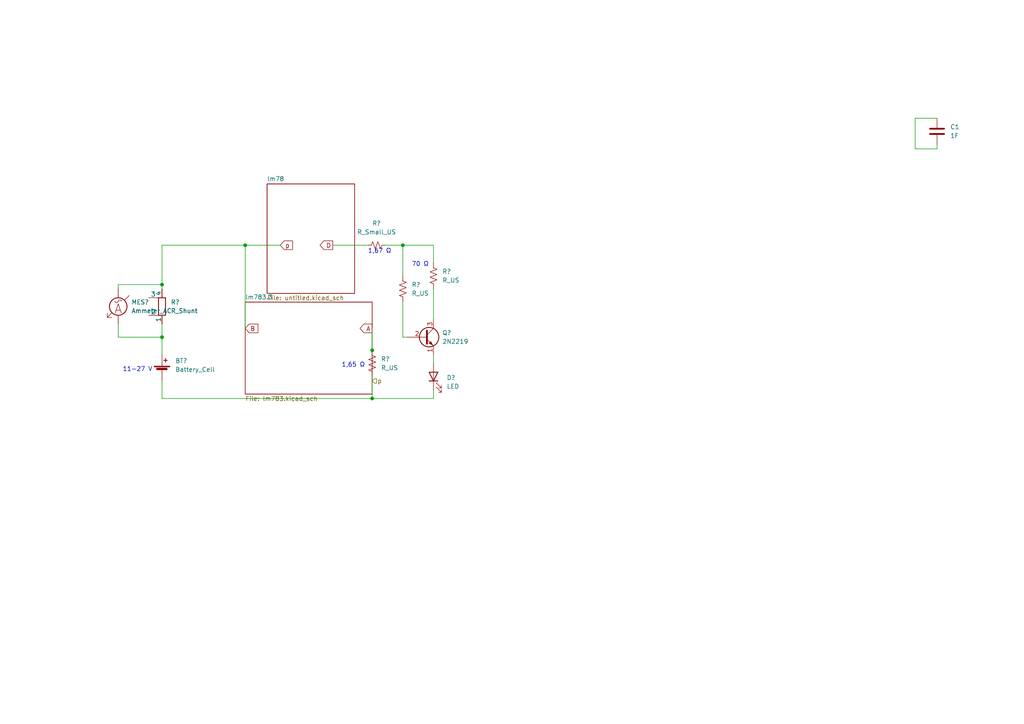
<source format=kicad_sch>
(kicad_sch (version 20211123) (generator eeschema)
  (paper "A4")
  (title_block (title "Template") (date "2022-04-19") (rev "V0") (company "E-Agle TRT"))
  (lib_symbols
    (symbol "Device:Ammeter_AC" (pin_numbers hide) (pin_names (offset 0.0254) hide)
      (property "Reference" "MES" (at -3.302 1.016 0))
      (property "Value" "Ammeter_AC" (at -3.302 -0.762 0))
      (symbol "Ammeter_AC_0_0"
        (polyline (pts (xy -3.175 -3.175) (xy -1.905 -1.905)))
        (polyline (pts (xy 1.905 1.905) (xy 3.175 3.175)))
        (polyline (pts (xy 1.905 3.175) (xy 3.175 3.175) (xy 3.175 1.905)))
        (text "A" (at 0 0.635 0) (effects (font (size 2.54 2.54))))
      )
      (symbol "Ammeter_AC_0_1"
        (arc (start -1.016 -1.524) (mid -0.508 -1.902) (end 0 -1.524))
        (circle (center 0 0) (radius 2.54) (stroke (width 0.254)))
        (arc (start 1.016 -1.524) (mid 0.508 -1.1274) (end 0 -1.524))
      )
      (symbol "Ammeter_AC_1_1"
        (pin passive line (at 0 -5.08 90) (length 2.54) (name "~") (number "1"))
        (pin passive line (at 0 5.08 270) (length 2.54) (name "~") (number "2"))
      )
    )
    (symbol "Device:Battery_Cell" (pin_numbers hide) (pin_names (offset 0) hide)
      (property "Reference" "BT" (at 2.54 2.54 0))
      (property "Value" "Battery_Cell" (at 2.54 0 0))
      (symbol "Battery_Cell_0_1"
        (rectangle (start -2.286 1.778) (end 2.286 1.524) (fill (type outline)))
        (rectangle (start -1.5748 1.1938) (end 1.4732 0.6858) (fill (type outline)))
        (polyline (pts (xy 0 0.762) (xy 0 0)))
        (polyline (pts (xy 0 1.778) (xy 0 2.54)))
        (polyline (pts (xy 0.508 3.429) (xy 1.524 3.429)) (stroke (width 0.254)))
        (polyline (pts (xy 1.016 3.937) (xy 1.016 2.921)) (stroke (width 0.254)))
      )
      (symbol "Battery_Cell_1_1"
        (pin passive line (at 0 5.08 270) (length 2.54) (name "+") (number "1"))
        (pin passive line (at 0 -2.54 90) (length 2.54) (name "-") (number "2"))
      )
    )
    (symbol "Device:C" (pin_numbers hide) (pin_names (offset 0.254))
      (property "Reference" "C" (at 0.635 2.54 0))
      (property "Value" "C" (at 0.635 -2.54 0))
      (symbol "C_0_1"
        (polyline (pts (xy -2.032 -0.762) (xy 2.032 -0.762)) (stroke (width 0.508)))
        (polyline (pts (xy -2.032 0.762) (xy 2.032 0.762)) (stroke (width 0.508)))
      )
      (symbol "C_1_1"
        (pin passive line (at 0 3.81 270) (length 2.794) (name "~") (number "1"))
        (pin passive line (at 0 -3.81 90) (length 2.794) (name "~") (number "2"))
      )
    )
    (symbol "Device:LED" (pin_numbers hide) (pin_names (offset 1.016) hide)
      (property "Reference" "D" (at 0 2.54 0))
      (property "Value" "LED" (at 0 -2.54 0))
      (symbol "LED_0_1"
        (polyline (pts (xy -1.27 -1.27) (xy -1.27 1.27)) (stroke (width 0.254)))
        (polyline (pts (xy -1.27 0) (xy 1.27 0)))
        (polyline (pts (xy 1.27 -1.27) (xy 1.27 1.27) (xy -1.27 0) (xy 1.27 -1.27)) (stroke (width 0.254)))
        (polyline (pts (xy -3.048 -0.762) (xy -4.572 -2.286) (xy -3.81 -2.286) (xy -4.572 -2.286) (xy -4.572 -1.524)))
        (polyline (pts (xy -1.778 -0.762) (xy -3.302 -2.286) (xy -2.54 -2.286) (xy -3.302 -2.286) (xy -3.302 -1.524)))
      )
      (symbol "LED_1_1"
        (pin passive line (at -3.81 0 0) (length 2.54) (name "K") (number "1"))
        (pin passive line (at 3.81 0 180) (length 2.54) (name "A") (number "2"))
      )
    )
    (symbol "Device:R_Shunt" (pin_numbers hide) (pin_names (offset 0))
      (property "Reference" "R" (at -4.445 0 90))
      (property "Value" "R_Shunt" (at -2.54 0 90))
      (symbol "R_Shunt_0_1"
        (rectangle (start -1.016 -2.54) (end 1.016 2.54) (stroke (width 0.254)))
        (polyline (pts (xy 0 -2.54) (xy 1.27 -2.54)))
        (polyline (pts (xy 1.27 2.54) (xy 0 2.54)))
      )
      (symbol "R_Shunt_1_1"
        (pin passive line (at 0 5.08 270) (length 2.54) (name "1") (number "1"))
        (pin passive line (at 3.81 2.54 180) (length 2.54) (name "2") (number "2"))
        (pin passive line (at 3.81 -2.54 180) (length 2.54) (name "3") (number "3"))
        (pin passive line (at 0 -5.08 90) (length 2.54) (name "4") (number "4"))
      )
    )
    (symbol "Device:R_Small_US" (pin_numbers hide) (pin_names (offset 0.254) hide)
      (property "Reference" "R" (at 0.762 0.508 0))
      (property "Value" "R_Small_US" (at 0.762 -1.016 0))
      (symbol "R_Small_US_1_1"
        (polyline (pts (xy 0 0) (xy 1.016 -0.381) (xy 0 -0.762) (xy -1.016 -1.143) (xy 0 -1.524)))
        (polyline (pts (xy 0 1.524) (xy 1.016 1.143) (xy 0 0.762) (xy -1.016 0.381) (xy 0 0)))
        (pin passive line (at 0 2.54 270) (length 1.016) (name "~") (number "1"))
        (pin passive line (at 0 -2.54 90) (length 1.016) (name "~") (number "2"))
      )
    )
    (symbol "Device:R_US" (pin_numbers hide) (pin_names (offset 0))
      (property "Reference" "R" (at 2.54 0 90))
      (property "Value" "R_US" (at -2.54 0 90))
      (symbol "R_US_0_1"
        (polyline (pts (xy 0 -2.286) (xy 0 -2.54)))
        (polyline (pts (xy 0 2.286) (xy 0 2.54)))
        (polyline (pts (xy 0 -0.762) (xy 1.016 -1.143) (xy 0 -1.524) (xy -1.016 -1.905) (xy 0 -2.286)))
        (polyline (pts (xy 0 0.762) (xy 1.016 0.381) (xy 0 0) (xy -1.016 -0.381) (xy 0 -0.762)))
        (polyline (pts (xy 0 2.286) (xy 1.016 1.905) (xy 0 1.524) (xy -1.016 1.143) (xy 0 0.762)))
      )
      (symbol "R_US_1_1"
        (pin passive line (at 0 3.81 270) (length 1.27) (name "~") (number "1"))
        (pin passive line (at 0 -3.81 90) (length 1.27) (name "~") (number "2"))
      )
    )
    (symbol "Transistor_BJT:2N2219" (pin_names (offset 0) hide)
      (property "Reference" "Q" (at 5.08 1.905 0))
      (property "Value" "2N2219" (at 5.08 0 0))
      (symbol "2N2219_0_1"
        (polyline (pts (xy 0.635 0.635) (xy 2.54 2.54)))
        (polyline (pts (xy 0.635 -0.635) (xy 2.54 -2.54) (xy 2.54 -2.54)))
        (polyline (pts (xy 0.635 1.905) (xy 0.635 -1.905) (xy 0.635 -1.905)) (stroke (width 0.508)))
        (polyline (pts (xy 1.27 -1.778) (xy 1.778 -1.27) (xy 2.286 -2.286) (xy 1.27 -1.778) (xy 1.27 -1.778)) (fill (type outline)))
        (circle (center 1.27 0) (radius 2.8194) (stroke (width 0.254)))
      )
      (symbol "2N2219_1_1"
        (pin passive line (at 2.54 -5.08 90) (length 2.54) (name "E") (number "1"))
        (pin passive line (at -5.08 0 0) (length 5.715) (name "B") (number "2"))
        (pin passive line (at 2.54 5.08 270) (length 2.54) (name "C") (number "3"))
      )
    )
  )
  (junction (at 71.12 71.12))
  (junction (at 116.84 71.12))
  (junction (at 107.95 101.6))
  (junction (at 107.95 115.57))
  (junction (at 46.99 97.79))
  (junction (at 46.99 82.55))
  (wire (pts (xy 34.29 93.98) (xy 34.29 97.79)))
  (wire (pts (xy 107.95 101.6) (xy 107.95 102.87)))
  (wire (pts (xy 107.95 115.57) (xy 125.73 115.57)))
  (wire (pts (xy 271.78 34.29) (xy 265.43 34.29)))
  (wire (pts (xy 46.99 97.79) (xy 46.99 102.87)))
  (wire (pts (xy 96.52 71.12) (xy 106.68 71.12)))
  (wire (pts (xy 125.73 83.82) (xy 125.73 92.71)))
  (wire (pts (xy 107.95 109.22) (xy 107.95 115.57)))
  (wire (pts (xy 116.84 71.12) (xy 116.84 80.01)))
  (wire (pts (xy 116.84 71.12) (xy 125.73 71.12)))
  (wire (pts (xy 265.43 34.29) (xy 265.43 43.18)))
  (wire (pts (xy 71.12 71.12) (xy 81.28 71.12)))
  (wire (pts (xy 111.76 71.12) (xy 116.84 71.12)))
  (wire (pts (xy 116.84 97.79) (xy 118.11 97.79)))
  (wire (pts (xy 107.95 95.25) (xy 107.95 101.6)))
  (wire (pts (xy 34.29 97.79) (xy 46.99 97.79)))
  (wire (pts (xy 46.99 82.55) (xy 46.99 83.82)))
  (wire (pts (xy 34.29 83.82) (xy 34.29 82.55)))
  (wire (pts (xy 46.99 115.57) (xy 46.99 110.49)))
  (wire (pts (xy 116.84 87.63) (xy 116.84 97.79)))
  (wire (pts (xy 46.99 93.98) (xy 46.99 97.79)))
  (wire (pts (xy 125.73 71.12) (xy 125.73 76.2)))
  (wire (pts (xy 271.78 43.18) (xy 271.78 41.91)))
  (wire (pts (xy 107.95 115.57) (xy 46.99 115.57)))
  (wire (pts (xy 125.73 102.87) (xy 125.73 105.41)))
  (wire (pts (xy 34.29 82.55) (xy 46.99 82.55)))
  (wire (pts (xy 71.12 95.25) (xy 71.12 71.12)))
  (wire (pts (xy 265.43 43.18) (xy 271.78 43.18)))
  (wire (pts (xy 125.73 113.03) (xy 125.73 115.57)))
  (wire (pts (xy 46.99 71.12) (xy 46.99 82.55)))
  (wire (pts (xy 46.99 71.12) (xy 71.12 71.12)))
  (text "1,65 Ω" (at 99.06 106.68 0) (effects (font (size 1.27 1.27)) (justify left bottom)))
  (text "11-27 V" (at 35.56 107.95 0) (effects (font (size 1.27 1.27)) (justify left bottom)))
  (text "1,67 Ω" (at 106.68 73.66 0) (effects (font (size 1.27 1.27)) (justify left bottom)))
  (text "70 Ω" (at 119.38 77.47 0) (effects (font (size 1.27 1.27)) (justify left bottom)))
  (global_label "B" (shape input) (at 71.12 95.25 0) (property "Riferimenti inter-foglio" "${INTERSHEET_REFS}" (effects hide)))
  (global_label "D" (shape output) (at 96.52 71.12 180) (property "Riferimenti inter-foglio" "${INTERSHEET_REFS}" (effects hide)))
  (global_label "p" (shape input) (at 81.28 71.12 0) (property "Riferimenti inter-foglio" "${INTERSHEET_REFS}" (effects hide)))
  (global_label "A" (shape output) (at 107.95 95.25 180) (property "Riferimenti inter-foglio" "${INTERSHEET_REFS}" (effects hide)))
  (hierarchical_label "p" (shape input) (at 107.95 110.49 0))
  (symbol (lib_id "Device:Battery_Cell") (at 46.99 107.95 0) (unit 1)
    (property "Reference" "BT?" (at 50.8 104.6479 0) (effects (justify left)))
    (property "Value" "Battery_Cell" (at 50.8 107.1879 0) (effects (justify left)))
  )
  (symbol (lib_id "Device:R_US") (at 107.95 105.41 0) (unit 1)
    (property "Reference" "R?" (at 110.49 104.1399 0) (effects (justify left)))
    (property "Value" "R_US" (at 110.49 106.6799 0) (effects (justify left)))
  )
  (symbol (lib_id "Device:C") (at 271.78 38.1 0) (unit 1)
    (property "Reference" "C1" (at 275.59 36.8299 0) (effects (justify left)))
    (property "Value" "1F" (at 275.59 39.3699 0) (effects (justify left)))
    (property "Footprint" "Capacitor_SMD:C_0805_2012Metric" (effects hide))
  )
  (symbol (lib_id "Device:R_Shunt") (at 46.99 88.9 180) (unit 1)
    (property "Reference" "R?" (at 49.53 87.6299 0) (effects (justify right)))
    (property "Value" "R_Shunt" (at 49.53 90.1699 0) (effects (justify right)))
  )
  (symbol (lib_id "Device:Ammeter_AC") (at 34.29 88.9 180) (unit 1)
    (property "Reference" "MES?" (at 38.1 87.6299 0) (effects (justify right)))
    (property "Value" "Ammeter_AC" (at 38.1 90.1699 0) (effects (justify right)))
  )
  (symbol (lib_id "Transistor_BJT:2N2219") (at 123.19 97.79 0) (unit 1)
    (property "Reference" "Q?" (at 128.27 96.5199 0) (effects (justify left)))
    (property "Value" "2N2219" (at 128.27 99.0599 0) (effects (justify left)))
    (property "Footprint" "Package_TO_SOT_THT:TO-39-3" (effects hide))
    (property "Datasheet" "http://www.onsemi.com/pub_link/Collateral/2N2219-D.PDF" (effects hide))
  )
  (symbol (lib_id "Device:R_US") (at 116.84 83.82 0) (unit 1)
    (property "Reference" "R?" (at 119.38 82.5499 0) (effects (justify left)))
    (property "Value" "R_US" (at 119.38 85.0899 0) (effects (justify left)))
  )
  (symbol (lib_id "Device:LED") (at 125.73 109.22 90) (unit 1)
    (property "Reference" "D?" (at 129.54 109.5374 90) (effects (justify right)))
    (property "Value" "LED" (at 129.54 112.0774 90) (effects (justify right)))
  )
  (symbol (lib_id "Device:R_US") (at 125.73 80.01 0) (unit 1)
    (property "Reference" "R?" (at 128.27 78.7399 0) (effects (justify left)))
    (property "Value" "R_US" (at 128.27 81.2799 0) (effects (justify left)))
  )
  (symbol (lib_id "Device:R_Small_US") (at 109.22 71.12 90) (unit 1)
    (property "Reference" "R?" (at 109.22 64.77 90))
    (property "Value" "R_Small_US" (at 109.22 67.31 90))
  )
  (sheet (at 71.12 87.63) (size 36.83 26.67) (stroke (width 0.1524))
    (property "Sheet name" "lm783.3" (at 71.12 86.9184 0) (effects (justify left bottom)))
    (property "Sheet file" "lm783.kicad_sch" (at 71.12 114.8846 0) (effects (justify left top)))
  )
  (sheet (at 77.47 53.34) (size 25.4 31.75) (stroke (width 0.1524))
    (property "Sheet name" "lm78" (at 77.47 52.6284 0) (effects (justify left bottom)))
    (property "Sheet file" "untitled.kicad_sch" (at 77.47 85.6746 0) (effects (justify left top)))
  )
)
</source>
